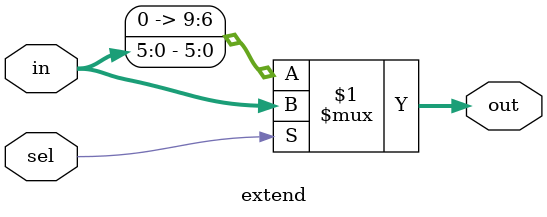
<source format=v>
module extend(input [9:0]in,
              input sel,
              output [9:0]out);
  
  assign out = sel ? in : {4'b0,in[5:0]};
  
endmodule
</source>
